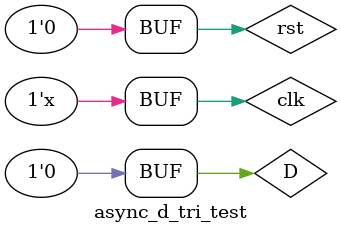
<source format=v>
`timescale 1ns / 1ps


module async_d_tri_test();

	reg clk=0;
	reg rst;
	reg D;

	wire Q;
	wire Q_n;

	async_d_tri U1(
		.clk(clk),
		.rst(rst),
		.D(D),
		.Q(Q),
		.Q_n(Q_n));


	always begin 
		#10;
		clk = ~clk;
	end

	always begin 
		rst = 1;
		#100;
		rst = 0;
		#100;
	end

	always begin 
		D = 1;
		#20;
		D = 0;
		#20;
	end
endmodule

</source>
